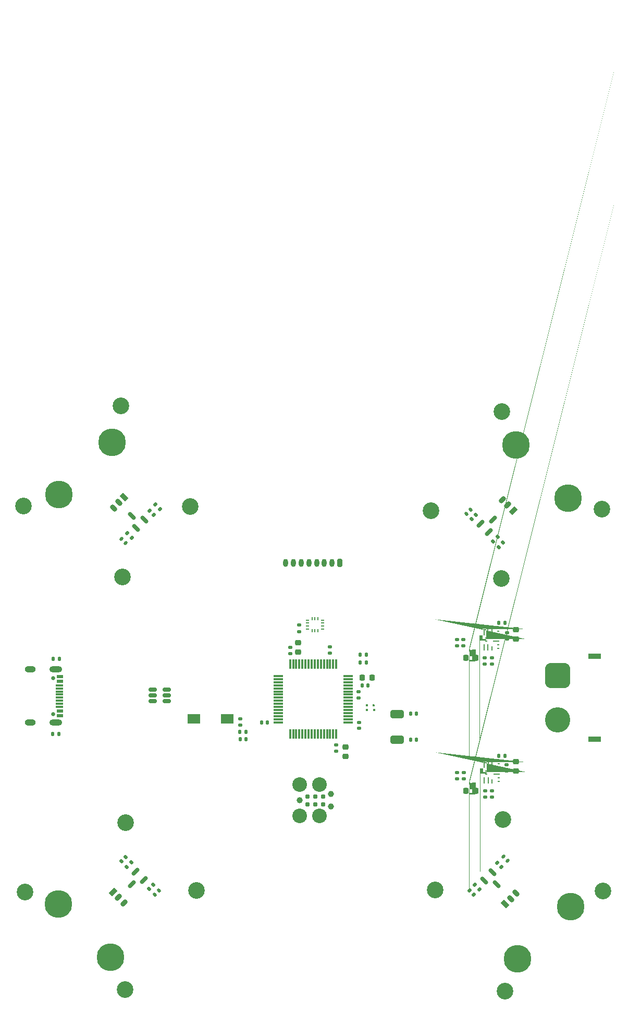
<source format=gbr>
%TF.GenerationSoftware,KiCad,Pcbnew,7.0.5-0*%
%TF.CreationDate,2025-05-09T23:22:14+02:00*%
%TF.ProjectId,ghost-feather-v1,67686f73-742d-4666-9561-746865722d76,rev?*%
%TF.SameCoordinates,PX519d8e0PY8b6d5c0*%
%TF.FileFunction,Soldermask,Top*%
%TF.FilePolarity,Negative*%
%FSLAX46Y46*%
G04 Gerber Fmt 4.6, Leading zero omitted, Abs format (unit mm)*
G04 Created by KiCad (PCBNEW 7.0.5-0) date 2025-05-09 23:22:14*
%MOMM*%
%LPD*%
G01*
G04 APERTURE LIST*
G04 Aperture macros list*
%AMRoundRect*
0 Rectangle with rounded corners*
0 $1 Rounding radius*
0 $2 $3 $4 $5 $6 $7 $8 $9 X,Y pos of 4 corners*
0 Add a 4 corners polygon primitive as box body*
4,1,4,$2,$3,$4,$5,$6,$7,$8,$9,$2,$3,0*
0 Add four circle primitives for the rounded corners*
1,1,$1+$1,$2,$3*
1,1,$1+$1,$4,$5*
1,1,$1+$1,$6,$7*
1,1,$1+$1,$8,$9*
0 Add four rect primitives between the rounded corners*
20,1,$1+$1,$2,$3,$4,$5,0*
20,1,$1+$1,$4,$5,$6,$7,0*
20,1,$1+$1,$6,$7,$8,$9,0*
20,1,$1+$1,$8,$9,$2,$3,0*%
%AMHorizOval*
0 Thick line with rounded ends*
0 $1 width*
0 $2 $3 position (X,Y) of the first rounded end (center of the circle)*
0 $4 $5 position (X,Y) of the second rounded end (center of the circle)*
0 Add line between two ends*
20,1,$1,$2,$3,$4,$5,0*
0 Add two circle primitives to create the rounded ends*
1,1,$1,$2,$3*
1,1,$1,$4,$5*%
%AMOutline5P*
0 Free polygon, 5 corners , with rotation*
0 The origin of the aperture is its center*
0 number of corners: always 5*
0 $1 to $10 corner X, Y*
0 $11 Rotation angle, in degrees counterclockwise*
0 create outline with 5 corners*
4,1,5,$1,$2,$3,$4,$5,$6,$7,$8,$9,$10,$1,$2,$11*%
%AMOutline6P*
0 Free polygon, 6 corners , with rotation*
0 The origin of the aperture is its center*
0 number of corners: always 6*
0 $1 to $12 corner X, Y*
0 $13 Rotation angle, in degrees counterclockwise*
0 create outline with 6 corners*
4,1,6,$1,$2,$3,$4,$5,$6,$7,$8,$9,$10,$11,$12,$1,$2,$13*%
%AMOutline7P*
0 Free polygon, 7 corners , with rotation*
0 The origin of the aperture is its center*
0 number of corners: always 7*
0 $1 to $14 corner X, Y*
0 $15 Rotation angle, in degrees counterclockwise*
0 create outline with 7 corners*
4,1,7,$1,$2,$3,$4,$5,$6,$7,$8,$9,$10,$11,$12,$13,$14,$1,$2,$15*%
%AMOutline8P*
0 Free polygon, 8 corners , with rotation*
0 The origin of the aperture is its center*
0 number of corners: always 8*
0 $1 to $16 corner X, Y*
0 $17 Rotation angle, in degrees counterclockwise*
0 create outline with 8 corners*
4,1,8,$1,$2,$3,$4,$5,$6,$7,$8,$9,$10,$11,$12,$13,$14,$15,$16,$1,$2,$17*%
%AMFreePoly0*
4,1,18,-0.400000,0.075000,-0.396194,0.094134,-0.385355,0.110355,-0.369134,0.121194,-0.350000,0.125000,0.287500,0.125000,0.400000,0.012500,0.400000,-0.075000,0.396194,-0.094134,0.385355,-0.110355,0.369134,-0.121194,0.350000,-0.125000,-0.350000,-0.125000,-0.369134,-0.121194,-0.385355,-0.110355,-0.396194,-0.094134,-0.400000,-0.075000,-0.400000,0.075000,-0.400000,0.075000,$1*%
%AMFreePoly1*
4,1,93,0.915063,0.095106,0.930902,0.095106,0.943715,0.085796,0.958779,0.080902,0.968088,0.068088,0.980902,0.058779,0.985796,0.043715,0.995106,0.030902,0.995106,0.015062,1.000000,0.000000,1.000000,-1.750000,0.995106,-1.765062,0.995106,-1.780902,0.985796,-1.793715,0.980902,-1.808779,0.968088,-1.818088,0.958779,-1.830902,0.943715,-1.835796,0.930902,-1.845106,0.915063,-1.845106,
0.900000,-1.850000,0.000000,-1.850000,-0.015063,-1.845106,-0.030902,-1.845106,-0.043715,-1.835796,-0.058779,-1.830902,-0.068088,-1.818088,-0.080902,-1.808779,-0.085796,-1.793715,-0.095106,-1.780902,-0.095106,-1.765062,-0.100000,-1.750000,-0.100000,-1.700000,-0.095106,-1.684937,-0.095106,-1.669098,-0.085796,-1.656284,-0.080902,-1.641221,-0.068088,-1.631911,-0.058779,-1.619098,-0.043715,-1.614203,
-0.030902,-1.604894,-0.015063,-1.604894,0.000000,-1.600000,0.400000,-1.600000,0.400000,-1.000000,0.000000,-1.000000,-0.015063,-0.995106,-0.030902,-0.995106,-0.043715,-0.985796,-0.058779,-0.980902,-0.068088,-0.968088,-0.080902,-0.958779,-0.085796,-0.943715,-0.095106,-0.930902,-0.095106,-0.915062,-0.100000,-0.900000,-0.100000,-0.850000,-0.095106,-0.834937,-0.095106,-0.819098,-0.085796,-0.806284,
-0.080902,-0.791221,-0.068088,-0.781911,-0.058779,-0.769098,-0.043715,-0.764203,-0.030902,-0.754894,-0.015063,-0.754894,0.000000,-0.750000,0.400000,-0.750000,0.400000,-0.150000,0.000000,-0.150000,-0.015063,-0.145106,-0.030902,-0.145106,-0.043715,-0.135796,-0.058779,-0.130902,-0.068088,-0.118088,-0.080902,-0.108779,-0.085796,-0.093715,-0.095106,-0.080902,-0.095106,-0.065062,-0.100000,-0.050000,
-0.100000,0.000000,-0.095106,0.015062,-0.095106,0.030902,-0.085796,0.043715,-0.080902,0.058779,-0.068088,0.068088,-0.058779,0.080902,-0.043715,0.085796,-0.030902,0.095106,-0.015063,0.095106,0.000000,0.100000,0.900000,0.100000,0.915063,0.095106,0.915063,0.095106,$1*%
G04 Aperture macros list end*
%ADD10C,4.500000*%
%ADD11RoundRect,0.135000X0.226274X0.035355X0.035355X0.226274X-0.226274X-0.035355X-0.035355X-0.226274X0*%
%ADD12C,2.700000*%
%ADD13RoundRect,0.135000X0.185000X-0.135000X0.185000X0.135000X-0.185000X0.135000X-0.185000X-0.135000X0*%
%ADD14RoundRect,0.135000X-0.226274X-0.035355X-0.035355X-0.226274X0.226274X0.035355X0.035355X0.226274X0*%
%ADD15RoundRect,0.135000X-0.185000X0.135000X-0.185000X-0.135000X0.185000X-0.135000X0.185000X0.135000X0*%
%ADD16RoundRect,0.135000X-0.035355X0.226274X-0.226274X0.035355X0.035355X-0.226274X0.226274X-0.035355X0*%
%ADD17RoundRect,0.147500X-0.172500X0.147500X-0.172500X-0.147500X0.172500X-0.147500X0.172500X0.147500X0*%
%ADD18RoundRect,0.140000X-0.170000X0.140000X-0.170000X-0.140000X0.170000X-0.140000X0.170000X0.140000X0*%
%ADD19FreePoly0,270.000000*%
%ADD20RoundRect,0.062500X-0.062500X0.487500X-0.062500X-0.487500X0.062500X-0.487500X0.062500X0.487500X0*%
%ADD21FreePoly1,270.000000*%
%ADD22FreePoly1,90.000000*%
%ADD23RoundRect,0.062500X-0.062500X0.287500X-0.062500X-0.287500X0.062500X-0.287500X0.062500X0.287500X0*%
%ADD24RoundRect,0.062500X-0.137500X0.062500X-0.137500X-0.062500X0.137500X-0.062500X0.137500X0.062500X0*%
%ADD25RoundRect,0.062500X-0.487500X0.062500X-0.487500X-0.062500X0.487500X-0.062500X0.487500X0.062500X0*%
%ADD26RoundRect,0.225000X0.250000X-0.225000X0.250000X0.225000X-0.250000X0.225000X-0.250000X-0.225000X0*%
%ADD27RoundRect,0.135000X0.135000X0.185000X-0.135000X0.185000X-0.135000X-0.185000X0.135000X-0.185000X0*%
%ADD28RoundRect,0.135000X0.035355X-0.226274X0.226274X-0.035355X-0.035355X0.226274X-0.226274X0.035355X0*%
%ADD29RoundRect,0.150000X0.521491X-0.309359X-0.309359X0.521491X-0.521491X0.309359X0.309359X-0.521491X0*%
%ADD30RoundRect,0.200000X0.200000X0.450000X-0.200000X0.450000X-0.200000X-0.450000X0.200000X-0.450000X0*%
%ADD31O,0.800000X1.300000*%
%ADD32RoundRect,0.135000X-0.135000X-0.185000X0.135000X-0.185000X0.135000X0.185000X-0.135000X0.185000X0*%
%ADD33RoundRect,0.140000X0.140000X0.170000X-0.140000X0.170000X-0.140000X-0.170000X0.140000X-0.170000X0*%
%ADD34RoundRect,0.140000X-0.140000X-0.170000X0.140000X-0.170000X0.140000X0.170000X-0.140000X0.170000X0*%
%ADD35RoundRect,0.075000X0.700000X0.075000X-0.700000X0.075000X-0.700000X-0.075000X0.700000X-0.075000X0*%
%ADD36RoundRect,0.075000X0.075000X0.700000X-0.075000X0.700000X-0.075000X-0.700000X0.075000X-0.700000X0*%
%ADD37RoundRect,0.225000X-0.250000X0.225000X-0.250000X-0.225000X0.250000X-0.225000X0.250000X0.225000X0*%
%ADD38RoundRect,0.140000X0.170000X-0.140000X0.170000X0.140000X-0.170000X0.140000X-0.170000X-0.140000X0*%
%ADD39RoundRect,0.150000X-0.512500X-0.150000X0.512500X-0.150000X0.512500X0.150000X-0.512500X0.150000X0*%
%ADD40RoundRect,0.140000X0.021213X-0.219203X0.219203X-0.021213X-0.021213X0.219203X-0.219203X0.021213X0*%
%ADD41R,2.000000X0.900000*%
%ADD42RoundRect,1.025000X-1.025000X1.025000X-1.025000X-1.025000X1.025000X-1.025000X1.025000X1.025000X0*%
%ADD43C,4.100000*%
%ADD44RoundRect,0.147500X-0.147500X-0.172500X0.147500X-0.172500X0.147500X0.172500X-0.147500X0.172500X0*%
%ADD45R,2.000000X1.600000*%
%ADD46RoundRect,0.150000X0.309359X0.521491X-0.521491X-0.309359X-0.309359X-0.521491X0.521491X0.309359X0*%
%ADD47RoundRect,0.225000X-0.225000X-0.250000X0.225000X-0.250000X0.225000X0.250000X-0.225000X0.250000X0*%
%ADD48RoundRect,0.225000X0.225000X0.250000X-0.225000X0.250000X-0.225000X-0.250000X0.225000X-0.250000X0*%
%ADD49RoundRect,0.140000X0.219203X0.021213X0.021213X0.219203X-0.219203X-0.021213X-0.021213X-0.219203X0*%
%ADD50R,0.482600X0.254000*%
%ADD51R,0.254000X0.482600*%
%ADD52RoundRect,0.200000X-0.459619X-0.176777X-0.176777X-0.459619X0.459619X0.176777X0.176777X0.459619X0*%
%ADD53HorizOval,0.800000X-0.176777X-0.176777X0.176777X0.176777X0*%
%ADD54RoundRect,0.140000X-0.021213X0.219203X-0.219203X0.021213X0.021213X-0.219203X0.219203X-0.021213X0*%
%ADD55RoundRect,0.150000X-0.309359X-0.521491X0.521491X0.309359X0.309359X0.521491X-0.521491X-0.309359X0*%
%ADD56RoundRect,0.200000X0.176777X-0.459619X0.459619X-0.176777X-0.176777X0.459619X-0.459619X0.176777X0*%
%ADD57HorizOval,0.800000X-0.176777X0.176777X0.176777X-0.176777X0*%
%ADD58RoundRect,0.325000X-0.775000X0.325000X-0.775000X-0.325000X0.775000X-0.325000X0.775000X0.325000X0*%
%ADD59Outline5P,-0.187500X0.175000X0.065000X0.175000X0.187500X0.052500X0.187500X-0.175000X-0.187500X-0.175000X0.000000*%
%ADD60R,0.300000X0.350000*%
%ADD61C,0.650000*%
%ADD62R,1.050000X0.600000*%
%ADD63R,1.150000X0.300000*%
%ADD64O,2.100000X1.000000*%
%ADD65O,1.800000X1.000000*%
%ADD66RoundRect,0.200000X0.459619X0.176777X0.176777X0.459619X-0.459619X-0.176777X-0.176777X-0.459619X0*%
%ADD67HorizOval,0.800000X0.176777X0.176777X-0.176777X-0.176777X0*%
%ADD68RoundRect,0.200000X-0.176777X0.459619X-0.459619X0.176777X0.176777X-0.459619X0.459619X-0.176777X0*%
%ADD69C,2.374900*%
%ADD70C,0.990600*%
%ADD71C,0.787400*%
%ADD72RoundRect,0.150000X-0.521491X0.309359X0.309359X-0.521491X0.521491X-0.309359X-0.309359X0.521491X0*%
%ADD73RoundRect,0.140000X-0.219203X-0.021213X-0.021213X-0.219203X0.219203X0.021213X0.021213X0.219203X0*%
G04 APERTURE END LIST*
D10*
%TO.C,FID5*%
X98740000Y20640000D03*
%TD*%
D11*
%TO.C,R6*%
X32005754Y85149971D03*
X31284506Y85871219D03*
%TD*%
D12*
%TO.C,H3*%
X36970000Y85600000D03*
%TD*%
D13*
%TO.C,R21*%
X81350000Y62930000D03*
X81350000Y63950000D03*
%TD*%
D14*
%TO.C,R10*%
X83209376Y24160624D03*
X83930624Y23439376D03*
%TD*%
D15*
%TO.C,R27*%
X80315000Y42360000D03*
X80315000Y41340000D03*
%TD*%
D16*
%TO.C,R13*%
X27356810Y27815353D03*
X26635562Y27094105D03*
%TD*%
D17*
%TO.C,D3*%
X86005000Y39400000D03*
X86005000Y38430000D03*
%TD*%
D15*
%TO.C,R28*%
X84828000Y39436000D03*
X84828000Y38416000D03*
%TD*%
D11*
%TO.C,R7*%
X31053754Y84201971D03*
X30332506Y84923219D03*
%TD*%
D17*
%TO.C,D2*%
X85970000Y60995000D03*
X85970000Y60025000D03*
%TD*%
D18*
%TO.C,C7*%
X64345000Y50530000D03*
X64345000Y49570000D03*
%TD*%
%TO.C,C3*%
X60670000Y46855000D03*
X60670000Y45895000D03*
%TD*%
D19*
%TO.C,U4*%
X85970000Y65350000D03*
D20*
X85320000Y65200000D03*
X84670000Y65200000D03*
D21*
X84045000Y65650000D03*
D22*
X82295500Y62250000D03*
D20*
X84670000Y62700000D03*
X85320000Y62700000D03*
D23*
X85970000Y62500000D03*
D24*
X87020000Y62525000D03*
X87020000Y63125000D03*
D25*
X86670000Y63700000D03*
X86670000Y64200000D03*
D24*
X87020000Y64775000D03*
X87020000Y65375000D03*
X84995000Y64200000D03*
X84995000Y63700000D03*
%TD*%
D26*
%TO.C,C20*%
X89825000Y42605000D03*
X89825000Y44155000D03*
%TD*%
D27*
%TO.C,R17*%
X15580000Y48660000D03*
X14560000Y48660000D03*
%TD*%
D12*
%TO.C,H1*%
X9870000Y85650000D03*
%TD*%
D27*
%TO.C,R1*%
X46030000Y49000000D03*
X45010000Y49000000D03*
%TD*%
D10*
%TO.C,FID1*%
X15600000Y87500000D03*
%TD*%
D12*
%TO.C,H10*%
X88116133Y6890387D03*
%TD*%
D28*
%TO.C,R4*%
X86153376Y79899376D03*
X86874624Y80620624D03*
%TD*%
D13*
%TO.C,R26*%
X81388000Y41336000D03*
X81388000Y42356000D03*
%TD*%
D29*
%TO.C,Q3*%
X28136291Y82075931D03*
X29479794Y83419434D03*
X27482217Y84073508D03*
%TD*%
D30*
%TO.C,J7*%
X61225000Y76450000D03*
D31*
X59975000Y76450000D03*
X58725000Y76450000D03*
X57475000Y76450000D03*
X56225000Y76450000D03*
X54975000Y76450000D03*
X53725000Y76450000D03*
X52475000Y76450000D03*
%TD*%
D32*
%TO.C,R15*%
X64547500Y60260000D03*
X65567500Y60260000D03*
%TD*%
D10*
%TO.C,FID3*%
X89850000Y95530000D03*
%TD*%
D12*
%TO.C,H16*%
X37920000Y23250000D03*
%TD*%
D32*
%TO.C,R25*%
X87048000Y45096000D03*
X88068000Y45096000D03*
%TD*%
D19*
%TO.C,U5*%
X86000000Y43770000D03*
D20*
X85350000Y43620000D03*
X84700000Y43620000D03*
D21*
X84075000Y44070000D03*
D22*
X82325500Y40670000D03*
D20*
X84700000Y41120000D03*
X85350000Y41120000D03*
D23*
X86000000Y40920000D03*
D24*
X87050000Y40945000D03*
X87050000Y41545000D03*
D25*
X86700000Y42120000D03*
X86700000Y42620000D03*
D24*
X87050000Y43195000D03*
X87050000Y43795000D03*
X85025000Y42620000D03*
X85025000Y42120000D03*
%TD*%
D12*
%TO.C,H15*%
X26420000Y34250000D03*
%TD*%
D33*
%TO.C,C4*%
X49500000Y50550000D03*
X48540000Y50550000D03*
%TD*%
D12*
%TO.C,H6*%
X103820000Y85150000D03*
%TD*%
D34*
%TO.C,C10*%
X45050000Y47850000D03*
X46010000Y47850000D03*
%TD*%
D14*
%TO.C,R9*%
X82309376Y23260624D03*
X83030624Y22539376D03*
%TD*%
D12*
%TO.C,H4*%
X25970000Y74100000D03*
%TD*%
D35*
%TO.C,U1*%
X62595000Y50550000D03*
X62595000Y51050000D03*
X62595000Y51550000D03*
X62595000Y52050000D03*
X62595000Y52550000D03*
X62595000Y53050000D03*
X62595000Y53550000D03*
X62595000Y54050000D03*
X62595000Y54550000D03*
X62595000Y55050000D03*
X62595000Y55550000D03*
X62595000Y56050000D03*
X62595000Y56550000D03*
X62595000Y57050000D03*
X62595000Y57550000D03*
X62595000Y58050000D03*
D36*
X60670000Y59975000D03*
X60170000Y59975000D03*
X59670000Y59975000D03*
X59170000Y59975000D03*
X58670000Y59975000D03*
X58170000Y59975000D03*
X57670000Y59975000D03*
X57170000Y59975000D03*
X56670000Y59975000D03*
X56170000Y59975000D03*
X55670000Y59975000D03*
X55170000Y59975000D03*
X54670000Y59975000D03*
X54170000Y59975000D03*
X53670000Y59975000D03*
X53170000Y59975000D03*
D35*
X51245000Y58050000D03*
X51245000Y57550000D03*
X51245000Y57050000D03*
X51245000Y56550000D03*
X51245000Y56050000D03*
X51245000Y55550000D03*
X51245000Y55050000D03*
X51245000Y54550000D03*
X51245000Y54050000D03*
X51245000Y53550000D03*
X51245000Y53050000D03*
X51245000Y52550000D03*
X51245000Y52050000D03*
X51245000Y51550000D03*
X51245000Y51050000D03*
X51245000Y50550000D03*
D36*
X53170000Y48625000D03*
X53670000Y48625000D03*
X54170000Y48625000D03*
X54670000Y48625000D03*
X55170000Y48625000D03*
X55670000Y48625000D03*
X56170000Y48625000D03*
X56670000Y48625000D03*
X57170000Y48625000D03*
X57670000Y48625000D03*
X58170000Y48625000D03*
X58670000Y48625000D03*
X59170000Y48625000D03*
X59670000Y48625000D03*
X60170000Y48625000D03*
X60670000Y48625000D03*
%TD*%
D28*
%TO.C,R14*%
X30235562Y23494105D03*
X30956810Y24215353D03*
%TD*%
D15*
%TO.C,R22*%
X80250000Y63960000D03*
X80250000Y62940000D03*
%TD*%
D16*
%TO.C,R12*%
X26456810Y28715353D03*
X25735562Y27994105D03*
%TD*%
D37*
%TO.C,C8*%
X62170000Y46575000D03*
X62170000Y45025000D03*
%TD*%
D38*
%TO.C,C9*%
X64320000Y54520000D03*
X64320000Y55480000D03*
%TD*%
D10*
%TO.C,FID4*%
X98290000Y86890000D03*
%TD*%
%TO.C,FID6*%
X90100000Y12180000D03*
%TD*%
D12*
%TO.C,H2*%
X25720000Y101900000D03*
%TD*%
D13*
%TO.C,R2*%
X45030000Y50080000D03*
X45030000Y51100000D03*
%TD*%
D15*
%TO.C,R24*%
X88365000Y43626000D03*
X88365000Y42606000D03*
%TD*%
D39*
%TO.C,U3*%
X30882500Y55850000D03*
X30882500Y54900000D03*
X30882500Y53950000D03*
X33157500Y53950000D03*
X33157500Y54900000D03*
X33157500Y55850000D03*
%TD*%
D38*
%TO.C,C5*%
X53170000Y61720000D03*
X53170000Y62680000D03*
%TD*%
D15*
%TO.C,R19*%
X88450000Y65090000D03*
X88450000Y64070000D03*
%TD*%
D40*
%TO.C,C14*%
X81774589Y84378589D03*
X82453411Y85057411D03*
%TD*%
D33*
%TO.C,C11*%
X73700000Y47700000D03*
X72740000Y47700000D03*
%TD*%
D10*
%TO.C,FID8*%
X15530000Y21020000D03*
%TD*%
D38*
%TO.C,C6*%
X59670000Y61795000D03*
X59670000Y62755000D03*
%TD*%
D27*
%TO.C,R18*%
X15730000Y60856000D03*
X14710000Y60856000D03*
%TD*%
D12*
%TO.C,H11*%
X76720000Y23300000D03*
%TD*%
D28*
%TO.C,R3*%
X87053376Y78999376D03*
X87774624Y79720624D03*
%TD*%
D12*
%TO.C,H13*%
X26370000Y7150000D03*
%TD*%
D14*
%TO.C,R8*%
X26698506Y81249719D03*
X27419754Y80528471D03*
%TD*%
D41*
%TO.C,J8*%
X102620000Y61300000D03*
X102620000Y47800000D03*
D42*
X96620000Y58150000D03*
D43*
X96620000Y50950000D03*
%TD*%
D44*
%TO.C,D1*%
X64572500Y61530000D03*
X65542500Y61530000D03*
%TD*%
D45*
%TO.C,SW2*%
X42970000Y51100000D03*
X37570000Y51100000D03*
%TD*%
D11*
%TO.C,R11*%
X87530624Y27039376D03*
X86809376Y27760624D03*
%TD*%
D46*
%TO.C,Q1*%
X29430850Y24945890D03*
X28087347Y26289393D03*
X27433273Y24291816D03*
%TD*%
D47*
%TO.C,C2*%
X64920000Y57825000D03*
X66470000Y57825000D03*
%TD*%
D16*
%TO.C,R5*%
X83374624Y84220624D03*
X82653376Y83499376D03*
%TD*%
D48*
%TO.C,C19*%
X83305000Y61050000D03*
X81755000Y61050000D03*
%TD*%
D12*
%TO.C,H7*%
X87520000Y73900000D03*
%TD*%
D48*
%TO.C,C21*%
X83323000Y39436000D03*
X81773000Y39436000D03*
%TD*%
D12*
%TO.C,H8*%
X76020000Y84900000D03*
%TD*%
D15*
%TO.C,R23*%
X84810000Y61040000D03*
X84810000Y60020000D03*
%TD*%
D12*
%TO.C,H14*%
X10120000Y23000000D03*
%TD*%
%TO.C,H5*%
X87570000Y101000000D03*
%TD*%
D49*
%TO.C,C15*%
X26484541Y79671184D03*
X25805719Y80350006D03*
%TD*%
D50*
%TO.C,U2*%
X58426500Y65649999D03*
X58426500Y66150000D03*
X58426500Y66650000D03*
X58426500Y67150001D03*
D51*
X57719999Y67352500D03*
X57220000Y67352500D03*
X56720001Y67352500D03*
D50*
X56013500Y67150001D03*
X56013500Y66650000D03*
X56013500Y66150000D03*
X56013500Y65649999D03*
D51*
X56720001Y65447500D03*
X57220000Y65447500D03*
X57719999Y65447500D03*
%TD*%
D34*
%TO.C,C1*%
X64865000Y56550000D03*
X65825000Y56550000D03*
%TD*%
D52*
%TO.C,J3*%
X24398186Y23012729D03*
D53*
X25282069Y22128846D03*
X26165953Y21244962D03*
%TD*%
D54*
%TO.C,C17*%
X31835597Y23294140D03*
X31156775Y22615318D03*
%TD*%
D26*
%TO.C,C13*%
X54460000Y61935000D03*
X54460000Y63485000D03*
%TD*%
D55*
%TO.C,Q4*%
X84114000Y82760000D03*
X85457503Y81416497D03*
X86111577Y83414074D03*
%TD*%
D56*
%TO.C,J4*%
X88108464Y21053270D03*
D57*
X88992347Y21937153D03*
X89876231Y22821037D03*
%TD*%
D10*
%TO.C,FID2*%
X24240000Y95950000D03*
%TD*%
D13*
%TO.C,R16*%
X54620000Y65290000D03*
X54620000Y66310000D03*
%TD*%
D12*
%TO.C,H9*%
X103966133Y23140387D03*
%TD*%
D58*
%TO.C,X2*%
X70520000Y51907199D03*
X70520000Y47707199D03*
%TD*%
D33*
%TO.C,C12*%
X73700000Y51952199D03*
X72740000Y51952199D03*
%TD*%
D59*
%TO.C,X1*%
X66782500Y53300000D03*
D60*
X65620000Y53300000D03*
X65620000Y52550000D03*
X66820000Y52550000D03*
%TD*%
D61*
%TO.C,J2*%
X14635000Y57690000D03*
X14635000Y51910000D03*
D62*
X15760000Y58000000D03*
X15760000Y57200000D03*
D63*
X15710000Y56050000D03*
X15710000Y55050000D03*
X15710000Y54550000D03*
X15710000Y53550000D03*
D62*
X15760000Y52400000D03*
X15760000Y51600000D03*
X15760000Y51600000D03*
X15760000Y52400000D03*
D63*
X15710000Y53050000D03*
X15710000Y54050000D03*
X15710000Y55550000D03*
X15710000Y56550000D03*
D62*
X15760000Y57200000D03*
X15760000Y58000000D03*
D64*
X15135000Y59120000D03*
D65*
X10955000Y59120000D03*
D64*
X15135000Y50480000D03*
D65*
X10955000Y50480000D03*
%TD*%
D12*
%TO.C,H12*%
X87720000Y34800000D03*
%TD*%
D66*
%TO.C,J6*%
X89421802Y84904035D03*
D67*
X88537919Y85787918D03*
X87654035Y86671802D03*
%TD*%
D68*
%TO.C,J5*%
X26231095Y87092397D03*
D57*
X25347212Y86208514D03*
X24463328Y85324630D03*
%TD*%
D69*
%TO.C,J1*%
X54740000Y40420000D03*
D70*
X54740000Y37880000D03*
D69*
X54740000Y35340000D03*
X57915000Y40420000D03*
X57915000Y35340000D03*
D70*
X59820000Y38896000D03*
X59820000Y36864000D03*
D71*
X56010000Y37245000D03*
X56010000Y38515000D03*
X57280000Y37245000D03*
X57280000Y38515000D03*
X58550000Y37245000D03*
X58550000Y38515000D03*
%TD*%
D10*
%TO.C,FID7*%
X23990000Y12410000D03*
%TD*%
D72*
%TO.C,Q2*%
X86078839Y26234664D03*
X84735336Y24891161D03*
X86732913Y24237087D03*
%TD*%
D73*
%TO.C,C16*%
X87830589Y28739411D03*
X88509411Y28060589D03*
%TD*%
D26*
%TO.C,C18*%
X89880000Y64075000D03*
X89880000Y65625000D03*
%TD*%
D32*
%TO.C,R20*%
X87030000Y66690000D03*
X88050000Y66690000D03*
%TD*%
M02*

</source>
